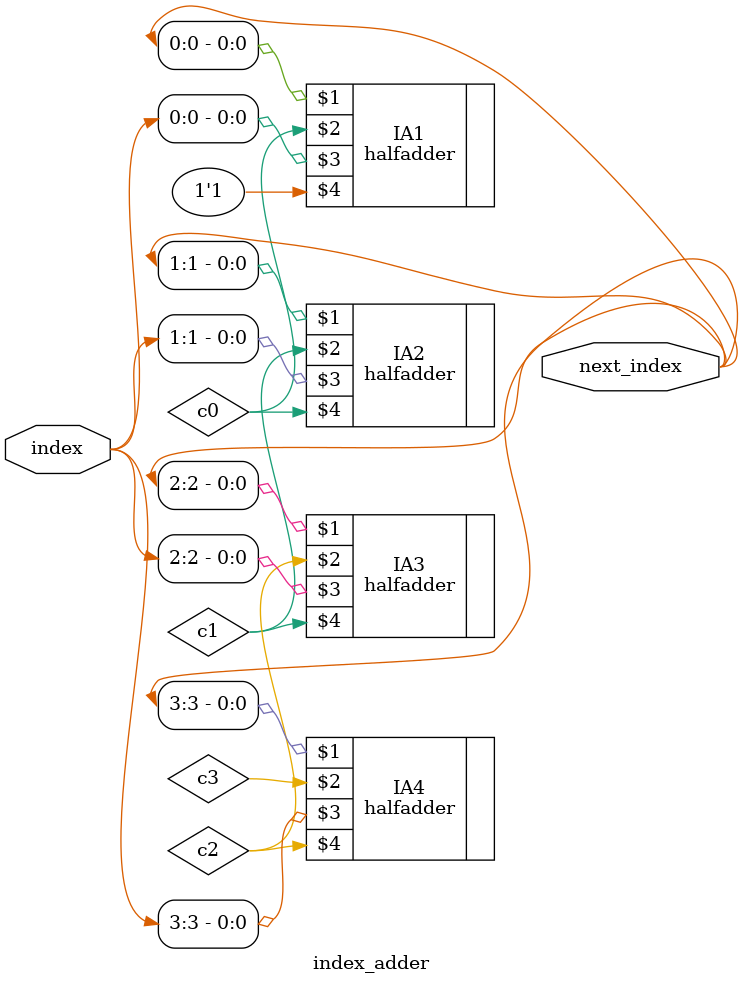
<source format=v>
`timescale 1ns / 1ps

module index_adder(next_index,index);
    input [3:0] index;
    output [3:0] next_index;
    wire c0,c1,c2,c3;

    halfadder IA1 (next_index[0],c0,index[0],1'b1),
                IA2 (next_index[1],c1,index[1],c0),
                IA3 (next_index[2],c2,index[2],c1),
                IA4 (next_index[3],c3,index[3],c2);

endmodule

</source>
